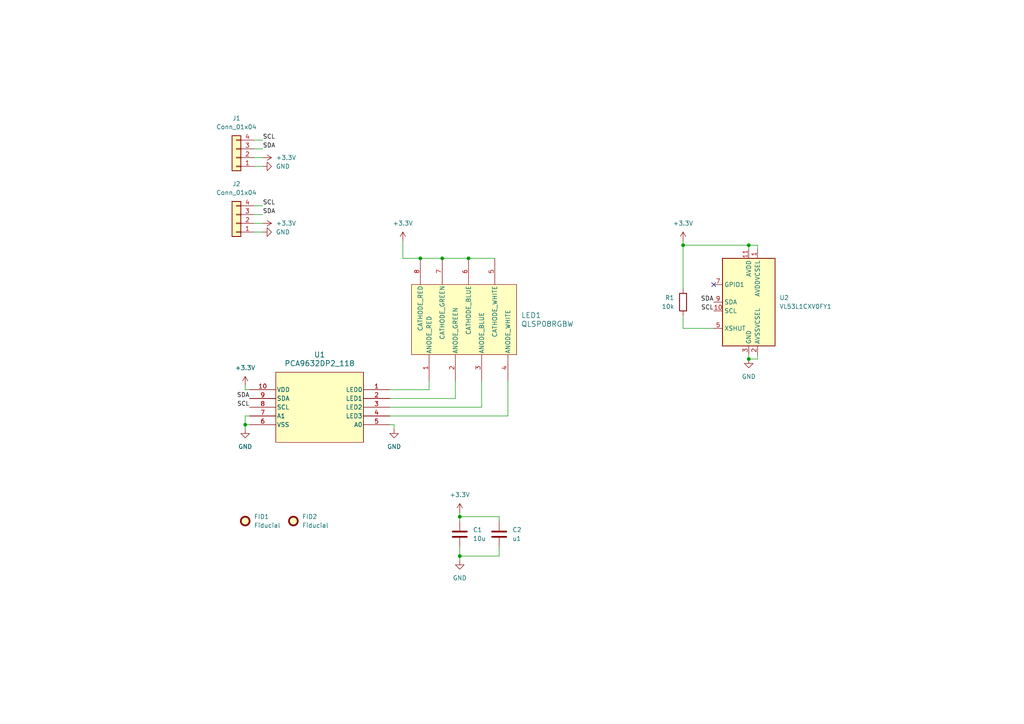
<source format=kicad_sch>
(kicad_sch (version 20230121) (generator eeschema)
  (paper "A4")
  (lib_symbols
    (symbol "2023-07-27_03-08-06:QLSP08RGBW" (pin_names (offset 0.254))
      (property "Reference" "LED" (at 10.16 3.81 0))
      (property "Value" "QLSP08RGBW" (at 10.16 1.27 0))
      (symbol "QLSP08RGBW_0_1"
        (pin unspecified line (at -7.62 -5.08 0) (length 7.62) (name "ANODE_RED") (number "1"))
        (pin unspecified line (at -7.62 -12.7 0) (length 7.62) (name "ANODE_GREEN") (number "2"))
        (pin unspecified line (at -7.62 -20.32 0) (length 7.62) (name "ANODE_BLUE") (number "3"))
        (pin unspecified line (at -7.62 -27.94 0) (length 7.62) (name "ANODE_WHITE") (number "4"))
        (pin unspecified line (at 27.94 -24.13 180) (length 7.62) (name "CATHODE_WHITE") (number "5"))
        (pin unspecified line (at 27.94 -16.51 180) (length 7.62) (name "CATHODE_BLUE") (number "6"))
        (pin unspecified line (at 27.94 -8.89 180) (length 7.62) (name "CATHODE_GREEN") (number "7"))
        (pin unspecified line (at 27.94 -2.54 180) (length 7.62) (name "CATHODE_RED") (number "8"))
      )
      (symbol "QLSP08RGBW_1_1"
        (rectangle (start 0 0) (end 20.32 -30.48) (fill (type background)))
      )
    )
    (symbol "2023-07-27_03-08-44:PCA9632DP2_118" (pin_names (offset 0.254))
      (property "Reference" "U" (at 20.32 10.16 0))
      (property "Value" "PCA9632DP2_118" (at 20.32 7.62 0))
      (symbol "PCA9632DP2_118_0_1"
        (polyline (pts (xy 7.62 -15.24) (xy 33.02 -15.24)) (stroke (width 0.127)))
        (polyline (pts (xy 7.62 5.08) (xy 7.62 -15.24)) (stroke (width 0.127)))
        (polyline (pts (xy 33.02 -15.24) (xy 33.02 5.08)) (stroke (width 0.127)))
        (polyline (pts (xy 33.02 5.08) (xy 7.62 5.08)) (stroke (width 0.127)))
        (pin bidirectional line (at 0 0 0) (length 7.62) (name "LED0") (number "1"))
        (pin power_in line (at 40.64 0 180) (length 7.62) (name "VDD") (number "10"))
        (pin bidirectional line (at 0 -2.54 0) (length 7.62) (name "LED1") (number "2"))
        (pin bidirectional line (at 0 -5.08 0) (length 7.62) (name "LED2") (number "3"))
        (pin bidirectional line (at 0 -7.62 0) (length 7.62) (name "LED3") (number "4"))
        (pin bidirectional line (at 0 -10.16 0) (length 7.62) (name "A0") (number "5"))
        (pin power_out line (at 40.64 -10.16 180) (length 7.62) (name "VSS") (number "6"))
        (pin bidirectional line (at 40.64 -7.62 180) (length 7.62) (name "A1") (number "7"))
        (pin unspecified line (at 40.64 -5.08 180) (length 7.62) (name "SCL") (number "8"))
        (pin unspecified line (at 40.64 -2.54 180) (length 7.62) (name "SDA") (number "9"))
      )
      (symbol "PCA9632DP2_118_1_1"
        (rectangle (start 7.62 5.08) (end 33.02 -15.24) (fill (type background)))
      )
    )
    (symbol "Connector_Generic:Conn_01x04" (pin_names (offset 1.016) hide)
      (property "Reference" "J" (at 0 5.08 0))
      (property "Value" "Conn_01x04" (at 0 -7.62 0))
      (symbol "Conn_01x04_1_1"
        (rectangle (start -1.27 -4.953) (end 0 -5.207) (stroke (width 0.1524)))
        (rectangle (start -1.27 -2.413) (end 0 -2.667) (stroke (width 0.1524)))
        (rectangle (start -1.27 0.127) (end 0 -0.127) (stroke (width 0.1524)))
        (rectangle (start -1.27 2.667) (end 0 2.413) (stroke (width 0.1524)))
        (rectangle (start -1.27 3.81) (end 1.27 -6.35) (stroke (width 0.254)) (fill (type background)))
        (pin passive line (at -5.08 2.54 0) (length 3.81) (name "Pin_1") (number "1"))
        (pin passive line (at -5.08 0 0) (length 3.81) (name "Pin_2") (number "2"))
        (pin passive line (at -5.08 -2.54 0) (length 3.81) (name "Pin_3") (number "3"))
        (pin passive line (at -5.08 -5.08 0) (length 3.81) (name "Pin_4") (number "4"))
      )
    )
    (symbol "Device:C" (pin_numbers hide) (pin_names (offset 0.254))
      (property "Reference" "C" (at 0.635 2.54 0))
      (property "Value" "C" (at 0.635 -2.54 0))
      (symbol "C_0_1"
        (polyline (pts (xy -2.032 -0.762) (xy 2.032 -0.762)) (stroke (width 0.508)))
        (polyline (pts (xy -2.032 0.762) (xy 2.032 0.762)) (stroke (width 0.508)))
      )
      (symbol "C_1_1"
        (pin passive line (at 0 3.81 270) (length 2.794) (name "~") (number "1"))
        (pin passive line (at 0 -3.81 90) (length 2.794) (name "~") (number "2"))
      )
    )
    (symbol "Device:R" (pin_numbers hide) (pin_names (offset 0))
      (property "Reference" "R" (at 2.032 0 90))
      (property "Value" "R" (at 0 0 90))
      (symbol "R_0_1"
        (rectangle (start -1.016 -2.54) (end 1.016 2.54) (stroke (width 0.254)))
      )
      (symbol "R_1_1"
        (pin passive line (at 0 3.81 270) (length 1.27) (name "~") (number "1"))
        (pin passive line (at 0 -3.81 90) (length 1.27) (name "~") (number "2"))
      )
    )
    (symbol "Mechanical:Fiducial"
      (property "Reference" "FID" (at 0 5.08 0))
      (property "Value" "Fiducial" (at 0 3.175 0))
      (symbol "Fiducial_0_1"
        (circle (center 0 0) (radius 1.27) (stroke (width 0.508)) (fill (type background)))
      )
    )
    (symbol "Sensor_Distance:VL53L1CXV0FY1"
      (property "Reference" "U" (at -6.35 13.97 0))
      (property "Value" "VL53L1CXV0FY1" (at 12.065 13.97 0))
      (symbol "VL53L1CXV0FY1_0_1"
        (rectangle (start -7.62 12.7) (end 7.62 -12.7) (stroke (width 0.254)) (fill (type background)))
      )
      (symbol "VL53L1CXV0FY1_1_1"
        (pin power_in line (at 2.54 15.24 270) (length 2.54) (name "AVDDVCSEL") (number "1"))
        (pin input line (at -10.16 -2.54 0) (length 2.54) (name "SCL") (number "10"))
        (pin power_in line (at 0 15.24 270) (length 2.54) (name "AVDD") (number "11"))
        (pin passive line (at 0 -15.24 90) (length 2.54) hide (name "GND") (number "12"))
        (pin power_in line (at 2.54 -15.24 90) (length 2.54) (name "AVSSVCSEL") (number "2"))
        (pin power_in line (at 0 -15.24 90) (length 2.54) (name "GND") (number "3"))
        (pin passive line (at 0 -15.24 90) (length 2.54) hide (name "GND") (number "4"))
        (pin input line (at -10.16 -7.62 0) (length 2.54) (name "XSHUT") (number "5"))
        (pin passive line (at 0 -15.24 90) (length 2.54) hide (name "GND") (number "6"))
        (pin open_collector line (at -10.16 5.08 0) (length 2.54) (name "GPIO1") (number "7"))
        (pin no_connect line (at -7.62 7.62 0) (length 2.54) hide (name "DNC") (number "8"))
        (pin bidirectional line (at -10.16 0 0) (length 2.54) (name "SDA") (number "9"))
      )
    )
    (symbol "power:+3.3V" (power) (pin_names (offset 0))
      (property "Value" "+3.3V" (at 0 3.556 0))
      (symbol "+3.3V_0_1"
        (polyline (pts (xy -0.762 1.27) (xy 0 2.54)))
        (polyline (pts (xy 0 0) (xy 0 2.54)))
        (polyline (pts (xy 0 2.54) (xy 0.762 1.27)))
      )
      (symbol "+3.3V_1_1"
        (pin power_in line (at 0 0 90) (length 0) hide (name "+3.3V") (number "1"))
      )
    )
    (symbol "power:GND" (power) (pin_names (offset 0))
      (property "Value" "GND" (at 0 -3.81 0))
      (symbol "GND_0_1"
        (polyline (pts (xy 0 0) (xy 0 -1.27) (xy 1.27 -1.27) (xy 0 -2.54) (xy -1.27 -1.27) (xy 0 -1.27)))
      )
      (symbol "GND_1_1"
        (pin power_in line (at 0 0 270) (length 0) hide (name "GND") (number "1"))
      )
    )
  )
  (junction (at 217.17 71.12))
  (junction (at 133.35 161.29))
  (junction (at 198.12 71.12))
  (junction (at 128.27 74.93))
  (junction (at 135.89 74.93))
  (junction (at 121.92 74.93))
  (junction (at 133.35 149.86))
  (junction (at 71.12 123.19))
  (junction (at 217.17 104.14))
  (no_connect (at 207.01 82.55))
  (wire (pts (xy 113.03 120.65) (xy 147.32 120.65)))
  (wire (pts (xy 133.35 149.86) (xy 144.78 149.86)))
  (wire (pts (xy 71.12 124.46) (xy 71.12 123.19)))
  (wire (pts (xy 139.7 118.11) (xy 139.7 110.49)))
  (wire (pts (xy 71.12 113.03) (xy 71.12 111.76)))
  (wire (pts (xy 198.12 69.85) (xy 198.12 71.12)))
  (wire (pts (xy 72.39 120.65) (xy 71.12 120.65)))
  (wire (pts (xy 147.32 120.65) (xy 147.32 110.49)))
  (wire (pts (xy 133.35 161.29) (xy 133.35 162.56)))
  (wire (pts (xy 72.39 113.03) (xy 71.12 113.03)))
  (wire (pts (xy 198.12 95.25) (xy 207.01 95.25)))
  (wire (pts (xy 121.92 74.93) (xy 128.27 74.93)))
  (wire (pts (xy 73.66 48.26) (xy 76.2 48.26)))
  (wire (pts (xy 73.66 59.69) (xy 76.2 59.69)))
  (wire (pts (xy 71.12 123.19) (xy 72.39 123.19)))
  (wire (pts (xy 73.66 43.18) (xy 76.2 43.18)))
  (wire (pts (xy 116.84 74.93) (xy 121.92 74.93)))
  (wire (pts (xy 73.66 62.23) (xy 76.2 62.23)))
  (wire (pts (xy 73.66 64.77) (xy 76.2 64.77)))
  (wire (pts (xy 124.46 110.49) (xy 124.46 113.03)))
  (wire (pts (xy 128.27 74.93) (xy 135.89 74.93)))
  (wire (pts (xy 73.66 45.72) (xy 76.2 45.72)))
  (wire (pts (xy 217.17 71.12) (xy 219.71 71.12)))
  (wire (pts (xy 198.12 71.12) (xy 217.17 71.12)))
  (wire (pts (xy 217.17 71.12) (xy 217.17 72.39)))
  (wire (pts (xy 133.35 161.29) (xy 144.78 161.29)))
  (wire (pts (xy 144.78 151.13) (xy 144.78 149.86)))
  (wire (pts (xy 114.3 124.46) (xy 114.3 123.19)))
  (wire (pts (xy 219.71 71.12) (xy 219.71 72.39)))
  (wire (pts (xy 144.78 158.75) (xy 144.78 161.29)))
  (wire (pts (xy 132.08 115.57) (xy 132.08 110.49)))
  (wire (pts (xy 198.12 71.12) (xy 198.12 83.82)))
  (wire (pts (xy 133.35 149.86) (xy 133.35 151.13)))
  (wire (pts (xy 73.66 40.64) (xy 76.2 40.64)))
  (wire (pts (xy 71.12 120.65) (xy 71.12 123.19)))
  (wire (pts (xy 217.17 104.14) (xy 219.71 104.14)))
  (wire (pts (xy 114.3 123.19) (xy 113.03 123.19)))
  (wire (pts (xy 113.03 113.03) (xy 124.46 113.03)))
  (wire (pts (xy 135.89 74.93) (xy 143.51 74.93)))
  (wire (pts (xy 113.03 118.11) (xy 139.7 118.11)))
  (wire (pts (xy 133.35 148.59) (xy 133.35 149.86)))
  (wire (pts (xy 73.66 67.31) (xy 76.2 67.31)))
  (wire (pts (xy 113.03 115.57) (xy 132.08 115.57)))
  (wire (pts (xy 116.84 69.85) (xy 116.84 74.93)))
  (wire (pts (xy 198.12 91.44) (xy 198.12 95.25)))
  (wire (pts (xy 217.17 102.87) (xy 217.17 104.14)))
  (wire (pts (xy 133.35 158.75) (xy 133.35 161.29)))
  (wire (pts (xy 219.71 102.87) (xy 219.71 104.14)))
  (label "SDA" (at 76.2 62.23 0) (effects (font (size 1.2446 1.2446))))
  (label "SCL" (at 76.2 59.69 0) (effects (font (size 1.2446 1.2446))))
  (label "SDA" (at 207.01 87.63 180))
  (label "SDA" (at 72.39 115.57 180) (effects (font (size 1.2446 1.2446))))
  (label "SCL" (at 207.01 90.17 180))
  (label "SCL" (at 72.39 118.11 180) (effects (font (size 1.2446 1.2446))))
  (label "SDA" (at 76.2 43.18 0) (effects (font (size 1.2446 1.2446))))
  (label "SCL" (at 76.2 40.64 0) (effects (font (size 1.2446 1.2446))))
  (symbol (lib_id "power:GND") (at 217.17 104.14 0) (unit 1)
    (property "Reference" "#PWR012" (effects hide))
    (property "Value" "GND" (at 217.17 109.22 0))
  )
  (symbol (lib_id "Sensor_Distance:VL53L1CXV0FY1") (at 217.17 87.63 0) (unit 1)
    (property "Reference" "U2" (at 226.06 86.36 0) (effects (justify left)))
    (property "Value" "VL53L1CXV0FY1" (at 226.06 88.9 0) (effects (justify left)))
    (property "Footprint" "Sensor_Distance:ST_VL53L1x" (effects hide))
    (property "Datasheet" "https://www.st.com/resource/en/datasheet/vl53l1x.pdf" (effects hide))
  )
  (symbol (lib_id "power:GND") (at 76.2 67.31 90) (unit 1)
    (property "Reference" "#PWR06" (effects hide))
    (property "Value" "GND" (at 80.01 67.31 90) (effects (justify right)))
  )
  (symbol (lib_id "power:+3.3V") (at 76.2 45.72 270) (unit 1)
    (property "Reference" "#PWR03" (effects hide))
    (property "Value" "+3.3V" (at 80.01 45.72 90) (effects (justify left)))
  )
  (symbol (lib_id "power:+3.3V") (at 76.2 64.77 270) (unit 1)
    (property "Reference" "#PWR05" (effects hide))
    (property "Value" "+3.3V" (at 80.01 64.77 90) (effects (justify left)))
  )
  (symbol (lib_id "power:+3.3V") (at 133.35 148.59 0) (unit 1)
    (property "Reference" "#PWR09" (effects hide))
    (property "Value" "+3.3V" (at 133.35 143.51 0))
  )
  (symbol (lib_id "power:GND") (at 133.35 162.56 0) (unit 1)
    (property "Reference" "#PWR010" (effects hide))
    (property "Value" "GND" (at 133.35 167.64 0))
  )
  (symbol (lib_id "power:GND") (at 71.12 124.46 0) (unit 1)
    (property "Reference" "#PWR02" (effects hide))
    (property "Value" "GND" (at 71.12 129.54 0))
  )
  (symbol (lib_id "Mechanical:Fiducial") (at 85.09 151.13 0) (unit 1)
    (property "Reference" "FID2" (at 87.63 149.86 0) (effects (justify left)))
    (property "Value" "Fiducial" (at 87.63 152.4 0) (effects (justify left)))
    (property "Footprint" "Fiducial:Fiducial_1mm_Mask2mm" (effects hide))
  )
  (symbol (lib_id "2023-07-27_03-08-06:QLSP08RGBW") (at 119.38 102.87 90) (unit 1)
    (property "Reference" "LED1" (at 151.13 91.44 90) (effects (font (size 1.524 1.524)) (justify right)))
    (property "Value" "QLSP08RGBW" (at 151.13 93.98 90) (effects (font (size 1.524 1.524)) (justify right)))
    (property "Footprint" "footprints:QLSP08RGBW_QUE" (effects hide))
    (property "Datasheet" "QLSP08RGBW" (effects hide))
  )
  (symbol (lib_id "power:GND") (at 76.2 48.26 90) (unit 1)
    (property "Reference" "#PWR04" (effects hide))
    (property "Value" "GND" (at 80.01 48.26 90) (effects (justify right)))
  )
  (symbol (lib_id "power:+3.3V") (at 198.12 69.85 0) (unit 1)
    (property "Reference" "#PWR011" (effects hide))
    (property "Value" "+3.3V" (at 198.12 64.77 0))
  )
  (symbol (lib_id "Connector_Generic:Conn_01x04") (at 68.58 64.77 180) (unit 1)
    (property "Reference" "J2" (at 68.58 53.34 0))
    (property "Value" "Conn_01x04" (at 68.58 55.88 0))
    (property "Footprint" "Connector_JST:JST_SH_SM04B-SRSS-TB_1x04-1MP_P1.00mm_Horizontal" (effects hide))
  )
  (symbol (lib_id "Device:C") (at 144.78 154.94 0) (unit 1)
    (property "Reference" "C2" (at 148.59 153.67 0) (effects (justify left)))
    (property "Value" "u1" (at 148.59 156.21 0) (effects (justify left)))
    (property "Footprint" "Capacitor_SMD:C_0805_2012Metric" (effects hide))
  )
  (symbol (lib_id "power:+3.3V") (at 116.84 69.85 0) (unit 1)
    (property "Reference" "#PWR08" (effects hide))
    (property "Value" "+3.3V" (at 116.84 64.77 0))
  )
  (symbol (lib_id "Device:C") (at 133.35 154.94 0) (unit 1)
    (property "Reference" "C1" (at 137.16 153.67 0) (effects (justify left)))
    (property "Value" "10u" (at 137.16 156.21 0) (effects (justify left)))
    (property "Footprint" "Capacitor_SMD:C_0805_2012Metric" (effects hide))
  )
  (symbol (lib_id "Device:R") (at 198.12 87.63 0) (unit 1)
    (property "Reference" "R1" (at 195.58 86.36 0) (effects (justify right)))
    (property "Value" "10k" (at 195.58 88.9 0) (effects (justify right)))
    (property "Footprint" "Resistor_SMD:R_0805_2012Metric" (effects hide))
  )
  (symbol (lib_id "power:+3.3V") (at 71.12 111.76 0) (unit 1)
    (property "Reference" "#PWR01" (effects hide))
    (property "Value" "+3.3V" (at 71.12 106.68 0))
  )
  (symbol (lib_id "power:GND") (at 114.3 124.46 0) (unit 1)
    (property "Reference" "#PWR07" (effects hide))
    (property "Value" "GND" (at 114.3 129.54 0))
  )
  (symbol (lib_id "Connector_Generic:Conn_01x04") (at 68.58 45.72 180) (unit 1)
    (property "Reference" "J1" (at 68.58 34.29 0))
    (property "Value" "Conn_01x04" (at 68.58 36.83 0))
    (property "Footprint" "Connector_JST:JST_SH_BM04B-SRSS-TB_1x04-1MP_P1.00mm_Vertical" (effects hide))
  )
  (symbol (lib_id "Mechanical:Fiducial") (at 71.12 151.13 0) (unit 1)
    (property "Reference" "FID1" (at 73.66 149.86 0) (effects (justify left)))
    (property "Value" "Fiducial" (at 73.66 152.4 0) (effects (justify left)))
    (property "Footprint" "Fiducial:Fiducial_1mm_Mask2mm" (effects hide))
  )
  (symbol (lib_id "2023-07-27_03-08-44:PCA9632DP2_118") (at 113.03 113.03 0) (mirror y) (unit 1)
    (property "Reference" "U1" (at 92.71 102.87 0) (effects (font (size 1.524 1.524))))
    (property "Value" "PCA9632DP2_118" (at 92.71 105.41 0) (effects (font (size 1.524 1.524))))
    (property "Footprint" "footprints:TSSOP10_3P1X3P1_NXP" (effects hide))
    (property "Datasheet" "PCA9632DP2_118" (effects hide))
  )
)
</source>
